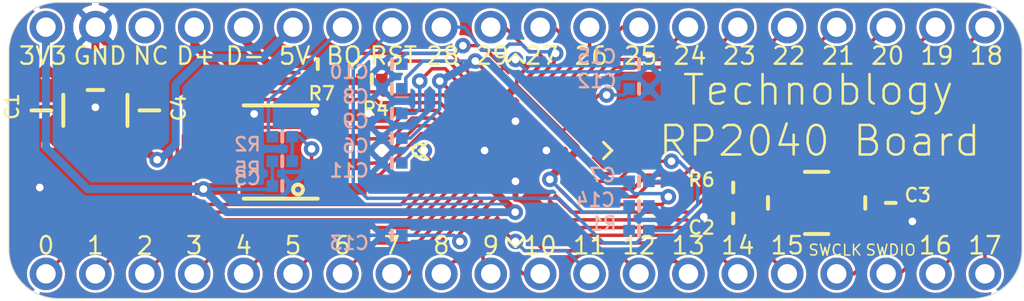
<source format=kicad_pcb>
(kicad_pcb (version 20221018) (generator pcbnew)
  (layers (0 "F.Cu" signal) (31 "B.Cu" signal) (34 "B.Paste" user) (35 "F.Paste" user) (36 "B.SilkS" user "B.Silkscreen") (37 "F.SilkS" user "F.Silkscreen") (38 "B.Mask" user) (39 "F.Mask" user) (44 "Edge.Cuts" user))
  (net 0 "")
  (net 1 "GND")
  (net 2 "+3V3")
  (net 3 "1.2V")
  (net 4 "+5V")
  (net 5 "Net-(IC1-XIN)")
  (net 6 "Net-(C3-Pad2)")
  (net 7 "/GPIO0")
  (net 8 "/GPIO1")
  (net 9 "/GPIO2")
  (net 10 "/GPIO3")
  (net 11 "/GPIO4")
  (net 12 "/GPIO5")
  (net 13 "/GPIO6")
  (net 14 "/GPIO7")
  (net 15 "/GPIO8")
  (net 16 "/GPIO9")
  (net 17 "/GPIO10")
  (net 18 "/GPIO11")
  (net 19 "/GPIO12")
  (net 20 "/GPIO13")
  (net 21 "/GPIO14")
  (net 22 "/GPIO15")
  (net 23 "Net-(IC1-XOUT)")
  (net 24 "/SWCLK")
  (net 25 "/SWDIO")
  (net 26 "/~{RESET}")
  (net 27 "/GPIO16")
  (net 28 "/GPIO17")
  (net 29 "/GPIO18")
  (net 30 "/GPIO19")
  (net 31 "/GPIO20")
  (net 32 "/GPIO21")
  (net 33 "/GPIO22")
  (net 34 "/GPIO23")
  (net 35 "/GPIO24")
  (net 36 "/GPIO25")
  (net 37 "/GPIO26")
  (net 38 "/GPIO27")
  (net 39 "/GPIO28")
  (net 40 "/GPIO29")
  (net 41 "/USB_D-")
  (net 42 "/USB_D+")
  (net 43 "/QSPI_DATA[3]")
  (net 44 "/QSPI_SCK")
  (net 45 "/QSPI_DATA[0]")
  (net 46 "/QSPI_DATA[2]")
  (net 47 "/QSPI_DATA[1]")
  (net 48 "/QSPI_CS")
  (net 49 "/USB_BOOT")
  (net 50 "/D+")
  (net 51 "/D-")
  (net 52 "/DATA")
  (footprint "RP2040Breakout:1X10_ROUND" (layer "F.Cu") (at 135.8011 98.6536)
    (fp_text reference "U$2" hide)
    (fp_text value "HEADER-1X10ROUND" hide)
  )
  (footprint "RP2040Breakout:_0402NO" (layer "F.Cu") (at 141.119225 101.35235)
    (fp_text reference "R4")
    (fp_text value "27" hide)
  )
  (footprint "RP2040Breakout:SOIC8_208MIL" (layer "F.Cu") (at 136.4361 105.082975 90)
    (fp_text reference "U1" hide)
    (fp_text value "W25Q128JVS" hide)
  )
  (footprint "RP2040Breakout:_0402NO" (layer "F.Cu") (at 138.3411 100.5586)
    (fp_text reference "R7")
    (fp_text value "27" hide)
  )
  (footprint "RP2040Breakout:_0805MP" (layer "F.Cu") (at 124.132975 102.93985 -90)
    (fp_text reference "C1")
    (fp_text value "10uF" hide)
  )
  (footprint "RP2040Breakout:CRYSTAL-SMD-5X3" (layer "F.Cu") (at 163.979225 107.70235 180)
    (fp_text reference "Y1" hide)
    (fp_text value "12MHz" hide)
  )
  (footprint "RP2040Breakout:_0402NO" (layer "F.Cu") (at 167.789225 107.70235 90)
    (fp_text reference "C3")
    (fp_text value "12pF" hide)
  )
  (footprint "RP2040Breakout:SOT23-5@1" (layer "F.Cu") (at 126.9111 102.93985)
    (fp_text reference "U2" hide)
    (fp_text value "AP2112-3.3")
  )
  (footprint "RP2040Breakout:1X10_ROUND" (layer "F.Cu") (at 161.2011 111.3536)
    (fp_text reference "U$3" hide)
    (fp_text value "HEADER-1X10ROUND" hide)
  )
  (footprint "RP2040Breakout:1X10_ROUND" (layer "F.Cu") (at 135.8011 111.3536)
    (fp_text reference "U$5" hide)
    (fp_text value "HEADER-1X10ROUND" hide)
  )
  (footprint "RP2040Breakout:1X10_ROUND" (layer "F.Cu") (at 161.2011 98.6536)
    (fp_text reference "U$1" hide)
    (fp_text value "HEADER-1X10ROUND" hide)
  )
  (footprint "RP2040Breakout:_0402NO" (layer "F.Cu") (at 159.692975 106.9086 180)
    (fp_text reference "R6")
    (fp_text value "1K" hide)
  )
  (footprint "RP2040Breakout:_0805MP" (layer "F.Cu") (at 129.689225 102.93985 90)
    (fp_text reference "C4")
    (fp_text value "10uF" hide)
  )
  (footprint "RP2040Breakout:QFN56_7MM_REDUCEDEPAD" (layer "F.Cu") (at 148.5011 105.0036 45)
    (fp_text reference "IC1" hide)
    (fp_text value "RP2040_QFN56" hide)
  )
  (footprint "RP2040Breakout:_0402NO" (layer "F.Cu") (at 159.692975 108.4961)
    (fp_text reference "C2")
    (fp_text value "12pF" hide)
  )
  (footprint "RP2040Breakout:_0402NO" (layer "B.Cu") (at 142.1511 100.5586 180)
    (fp_text reference "C10")
    (fp_text value "1uF" hide)
  )
  (footprint "RP2040Breakout:_0402NO" (layer "B.Cu") (at 142.1511 105.6386 180)
    (fp_text reference "C11")
    (fp_text value "100nF" hide)
  )
  (footprint "RP2040Breakout:_0402NO" (layer "B.Cu") (at 154.8511 100.5586)
    (fp_text reference "C15")
    (fp_text value "100nF" hide)
  )
  (footprint "RP2040Breakout:_0402NO" (layer "B.Cu") (at 136.515475 106.829225)
    (fp_text reference "C5")
    (fp_text value "100nF" hide)
  )
  (footprint "RP2040Breakout:_0402NO" (layer "B.Cu") (at 154.8511 107.8611)
    (fp_text reference "C14")
    (fp_text value "100nF" hide)
  )
  (footprint "RP2040Breakout:_0402NO" (layer "B.Cu") (at 142.1511 101.8286 180)
    (fp_text reference "C8")
    (fp_text value "1uF" hide)
  )
  (footprint "RP2040Breakout:_0402NO" (layer "B.Cu") (at 142.1511 103.0986 180)
    (fp_text reference "C9")
    (fp_text value "100nF" hide)
  )
  (footprint "RP2040Breakout:_0402NO" (layer "B.Cu") (at 154.8511 101.8286)
    (fp_text reference "C12")
    (fp_text value "100nF" hide)
  )
  (footprint "RP2040Breakout:_0402NO" (layer "B.Cu") (at 154.8511 106.5911)
    (fp_text reference "C7")
    (fp_text value "100nF" hide)
  )
  (footprint "RP2040Breakout:_0402NO" (layer "B.Cu") (at 142.1511 104.3686 180)
    (fp_text reference "C6")
    (fp_text value "100nF" hide)
  )
  (footprint "RP2040Breakout:_0402NO" (layer "B.Cu") (at 136.515475 105.559225 180)
    (fp_text reference "R5")
    (fp_text value "10K" hide)
  )
  (footprint "RP2040Breakout:_0402NO" (layer "B.Cu") (at 154.8511 109.1311)
    (fp_text reference "R1")
    (fp_text value "10K" hide)
  )
  (footprint "RP2040Breakout:_0402NO" (layer "B.Cu") (at 142.1511 109.369225 180)
    (fp_text reference "C13")
    (fp_text value "100nF" hide)
  )
  (footprint "RP2040Breakout:_0402NO" (layer "B.Cu") (at 136.515475 104.289225 180)
    (fp_text reference "R2")
    (fp_text value "1k" hide)
  )
  (gr_arc (start 174.5361 110.0836) (mid 173.792151 111.879651) (end 171.9961 112.6236) (stroke (width 0.05)) (layer "Edge.Cuts"))
  (gr_arc (start 171.9961 97.3836) (mid 173.792151 98.127549) (end 174.5361 99.9236) (stroke (width 0.05)) (layer "Edge.Cuts"))
  (gr_arc (start 122.4661 99.9236) (mid 123.210049 98.127549) (end 125.0061 97.3836) (stroke (width 0.05)) (layer "Edge.Cuts"))
  (gr_line (start 122.4661 110.0836) (end 122.4661 99.9236) (stroke (width 0.05)) (layer "Edge.Cuts"))
  (gr_arc (start 125.0061 112.6236) (mid 123.210049 111.879651) (end 122.4661 110.0836) (stroke (width 0.05)) (layer "Edge.Cuts"))
  (gr_line (start 125.0061 112.6236) (end 171.9961 112.6236) (stroke (width 0.05)) (layer "Edge.Cuts"))
  (gr_line (start 174.5361 110.0836) (end 174.5361 99.9236) (stroke (width 0.05)) (layer "Edge.Cuts"))
  (gr_line (start 171.9961 97.3836) (end 125.0061 97.3836) (stroke (width 0.05)) (layer "Edge.Cuts"))
  (gr_text "7" (at 142.1511 109.8931) (layer "F.SilkS") (effects (font (size 0.89408 0.89408) (thickness 0.12192))))
  (gr_text "SWCLK" (at 164.931725 110.131225) (layer "F.SilkS") (effects (font (size 0.5588 0.5588) (thickness 0.0762))))
  (gr_text "22" (at 162.550475 100.129975) (layer "F.SilkS") (effects (font (size 0.89408 0.89408) (thickness 0.12192))))
  (gr_text "D+" (at 132.070475 100.129975) (layer "F.SilkS") (effects (font (size 0.89408 0.89408) (thickness 0.12192))))
  (gr_text "11" (at 152.3111 109.8931) (layer "F.SilkS") (effects (font (size 0.89408 0.89408) (thickness 0.12192))))
  (gr_text "" (at 133.8961 109.5756) (layer "F.SilkS") (effects (font (size 0.89408 0.89408) (thickness 0.12192))))
  (gr_text "RST" (at 142.230475 100.129975) (layer "F.SilkS") (effects (font (size 0.89408 0.89408) (thickness 0.12192))))
  (gr_text "1" (at 126.9111 109.8931) (layer "F.SilkS") (effects (font (size 0.89408 0.89408) (thickness 0.12192))))
  (gr_text "0" (at 124.3711 109.8931) (layer "F.SilkS") (effects (font (size 0.89408 0.89408) (thickness 0.12192))))
  (gr_text "2" (at 129.4511 109.908975) (layer "F.SilkS") (effects (font (size 0.89408 0.89408) (thickness 0.12192))))
  (gr_text "SWDIO" (at 167.789225 110.131225) (layer "F.SilkS") (effects (font (size 0.5588 0.5588) (thickness 0.0762))))
  (gr_text "12" (at 154.8511 109.8931) (layer "F.SilkS") (effects (font (size 0.89408 0.89408) (thickness 0.12192))))
  (gr_text "NC" (at 129.7686 100.129975) (layer "F.SilkS") (effects (font (size 0.89408 0.89408) (thickness 0.12192))))
  (gr_text "18" (at 172.710475 100.129975) (layer "F.SilkS") (effects (font (size 0.89408 0.89408) (thickness 0.12192))))
  (gr_text "15" (at 162.4711 109.8931) (layer "F.SilkS") (effects (font (size 0.89408 0.89408) (thickness 0.12192))))
  (gr_text "16" (at 170.0911 109.8931) (layer "F.SilkS") (effects (font (size 0.89408 0.89408) (thickness 0.12192))))
  (gr_text "6" (at 139.6111 109.8931) (layer "F.SilkS") (effects (font (size 0.89408 0.89408) (thickness 0.12192))))
  (gr_text "3" (at 131.9911 109.8931) (layer "F.SilkS") (effects (font (size 0.89408 0.89408) (thickness 0.12192))))
  (gr_text "D-" (at 134.610475 100.129975) (layer "F.SilkS") (effects (font (size 0.89408 0.89408) (thickness 0.12192))))
  (gr_text "25" (at 154.930475 100.129975) (layer "F.SilkS") (effects (font (size 0.89408 0.89408) (thickness 0.12192))))
  (gr_text "24" (at 157.470475 100.129975) (layer "F.SilkS") (effects (font (size 0.89408 0.89408) (thickness 0.12192))))
  (gr_text "28" (at 144.770475 100.129975) (layer "F.SilkS") (effects (font (size 0.89408 0.89408) (thickness 0.12192))))
  (gr_text "21" (at 165.090475 100.129975) (layer "F.SilkS") (effects (font (size 0.89408 0.89408) (thickness 0.12192))))
  (gr_text "29" (at 147.310475 100.129975) (layer "F.SilkS") (effects (font (size 0.89408 0.89408) (thickness 0.12192))))
  (gr_text "8" (at 144.6911 109.8931) (layer "F.SilkS") (effects (font (size 0.89408 0.89408) (thickness 0.12192))))
  (gr_text "5V" (at 137.150475 100.129975) (layer "F.SilkS") (effects (font (size 0.89408 0.89408) (thickness 0.12192))))
  (gr_text "RP2040 Board" (at 164.137975 105.400475) (layer "F.SilkS") (effects (font (size 1.51892 1.51892) (thickness 0.13208)) (justify bottom)))
  (gr_text "23" (at 160.010475 100.129975) (layer "F.SilkS") (effects (font (size 0.89408 0.89408) (thickness 0.12192))))
  (gr_text "5" (at 137.0711 109.8931) (layer "F.SilkS") (effects (font (size 0.89408 0.89408) (thickness 0.12192))))
  (gr_text "19" (at 170.170475 100.129975) (layer "F.SilkS") (effects (font (size 0.89408 0.89408) (thickness 0.12192))))
  (gr_text "14" (at 159.9311 109.8931) (layer "F.SilkS") (effects (font (size 0.89408 0.89408) (thickness 0.12192))))
  (gr_text "17" (at 172.6311 109.8931) (layer "F.SilkS") (effects (font (size 0.89408 0.89408) (thickness 0.12192))))
  (gr_text "13" (at 157.3911 109.8931) (layer "F.SilkS") (effects (font (size 0.89408 0.89408) (thickness 0.12192))))
  (gr_text "Technoblogy" (at 164.0586 102.7811) (layer "F.SilkS") (effects (font (size 1.51892 1.51892) (thickness 0.13208)) (justify bottom)))
  (gr_text "20" (at 167.630475 100.129975) (layer "F.SilkS") (effects (font (size 0.89408 0.89408) (thickness 0.12192))))
  (gr_text "4" (at 134.5311 109.8931) (layer "F.SilkS") (effects (font (size 0.89408 0.89408) (thickness 0.12192))))
  (gr_text "10" (at 149.7711 109.8931) (layer "F.SilkS") (effects (font (size 0.89408 0.89408) (thickness 0.12192))))
  (gr_text "9" (at 147.2311 109.8931) (layer "F.SilkS") (effects (font (size 0.89408 0.89408) (thickness 0.12192))))
  (gr_text "3V3" (at 124.21235 100.129975) (layer "F.SilkS") (effects (font (size 0.89408 0.89408) (thickness 0.12192))))
  (gr_text "GND" (at 127.149225 100.129975) (layer "F.SilkS") (effects (font (size 0.89408 0.89408) (thickness 0.12192))))
  (gr_text "26" (at 152.390475 100.129975) (layer "F.SilkS") (effects (font (size 0.89408 0.89408) (thickness 0.12192))))
  (gr_text "BO" (at 139.690475 100.129975) (layer "F.SilkS") (effects (font (size 0.89408 0.89408) (thickness 0.12192))))
  (gr_text "27" (at 149.850475 100.129975) (layer "F.SilkS") (effects (font (size 0.89408 0.89408) (thickness 0.12192))))
  (segment (start 124.0536 104.035225) (end 124.132975 103.95585) (width 0.1778) (layer "F.Cu") (net 1))
  (segment (start 124.069475 104.035225) (end 125.244225 102.93985) (width 0.4064) (layer "F.Cu") (net 1))
  (segment (start 124.132975 103.95585) (end 124.069475 104.035225) (width 0.4064) (layer "F.Cu") (net 1))
  (segment (start 149.1361 107.052819) (end 150.233509 108.150229) (width 0.1778) (layer "F.Cu") (net 1))
  (segment (start 126.9111 98.891725) (end 126.9111 102.93985) (width 0.4064) (layer "F.Cu") (net 1))
  (segment (start 148.5011 106.5911) (end 148.5011 105.0036) (width 0.1778) (layer "F.Cu") (net 1))
  (segment (start 139.7511 103.177975) (end 138.49985 103.177975) (width 0.4064) (layer "F.Cu") (net 1))
  (segment (start 124.0536 106.9086) (end 124.0536 104.035225) (width 0.1778) (layer "F.Cu") (net 1))
  (segment (start 158.264225 108.4961) (end 158.18485 108.416725) (width 0.1778) (layer "F.Cu") (net 1))
  (segment (start 126.9111 98.6536) (end 126.9111 98.891725) (width 0.4064) (layer "F.Cu") (net 1))
  (segment (start 149.1361 105.6386) (end 149.1361 107.052819) (width 0.1778) (layer "F.Cu") (net 1))
  (segment (start 159.184975 108.4961) (end 158.264225 108.4961) (width 0.1778) (layer "F.Cu") (net 1))
  (segment (start 125.244225 102.93985) (end 126.9111 102.93985) (width 0.4064) (layer "F.Cu") (net 1))
  (segment (start 138.49985 103.177975) (end 138.420475 103.0986) (width 0.4064) (layer "F.Cu") (net 1))
  (segment (start 129.689225 101.66985) (end 126.9111 98.891725) (width 0.4064) (layer "F.Cu") (net 1))
  (segment (start 126.9111 104.23995) (end 126.9111 102.7811) (width 0.4046) (layer "F.Cu") (net 1))
  (segment (start 148.5011 103.7336) (end 148.5011 105.0036) (width 0.1778) (layer "F.Cu") (net 1))
  (segment (start 129.689225 101.92385) (end 129.689225 101.66985) (width 0.4064) (layer "F.Cu") (net 1))
  (via (at 140.960475 103.0986) (size 0.8001) (drill 0.3937) (layers "F.Cu" "B.Cu") (net 1))
  (via (at 138.18235 103.019225) (size 0.8001) (drill 0.3937) (layers "F.Cu" "B.Cu") (net 1))
  (via (at 150.0886 105.0036) (size 0.8001) (drill 0.3937) (layers "F.Cu" "B.Cu") (net 1))
  (via (at 146.9136 105.0036) (size 0.8001) (drill 0.3937) (layers "F.Cu" "B.Cu") (net 1))
  (via (at 135.069884 103.121325) (size 0.8001) (drill 0.3937) (layers "F.Cu" "B.Cu") (net 1))
  (via (at 124.0536 106.9086) (size 0.8001) (drill 0.3937) (layers "F.Cu" "B.Cu") (net 1))
  (via (at 168.900475 108.65485) (size 0.8001) (drill 0.3937) (layers "F.Cu" "B.Cu") (net 1))
  (via (at 126.9111 102.7811) (size 0.8001) (drill 0.3937) (layers "F.Cu" "B.Cu") (net 1))
  (via (at 158.18485 108.416725) (size 0.8001) (drill 0.3937) (layers "F.Cu" "B.Cu") (net 1))
  (via (at 148.5011 106.5911) (size 0.8001) (drill 0.3937) (layers "F.Cu" "B.Cu") (net 1))
  (via (at 148.5011 103.495475) (size 0.8001) (drill 0.3937) (layers "F.Cu" "B.Cu") (net 1))
  (segment (start 157.3911 107.5436) (end 157.3911 106.9086) (width 0.1778) (layer "B.Cu") (net 1))
  (segment (start 157.0736 106.5911) (end 155.3591 106.5911) (width 0.1778) (layer "B.Cu") (net 1))
  (segment (start 156.7561 108.1786) (end 157.3911 107.5436) (width 0.1778) (layer "B.Cu") (net 1))
  (segment (start 155.96235 108.1786) (end 156.7561 108.1786) (width 0.1778) (layer "B.Cu") (net 1))
  (segment (start 141.6431 109.369225) (end 126.514225 109.369225) (width 0.1778) (layer "B.Cu") (net 1))
  (segment (start 157.3911 106.9086) (end 157.0736 106.5911) (width 0.1778) (layer "B.Cu") (net 1))
  (segment (start 155.3591 107.8611) (end 155.64485 107.8611) (width 0.1778) (layer "B.Cu") (net 1))
  (segment (start 155.64485 107.8611) (end 155.96235 108.1786) (width 0.1778) (layer "B.Cu") (net 1))
  (segment (start 126.514225 109.369225) (end 124.0536 106.9086) (width 0.1778) (layer "B.Cu") (net 1))
  (segment (start 151.647725 103.271191) (end 151.647725 103.285725) (width 0.2032) (layer "F.Cu") (net 2))
  (segment (start 147.588287 107.265788) (end 145.246725 104.924225) (width 0.4064) (layer "F.Cu") (net 2))
  (segment (start 147.588287 107.345163) (end 147.588287 107.265788) (width 0.1778) (layer "F.Cu") (net 2))
  (segment (start 123.89485 101.1936) (end 123.89485 101.92385) (width 0.4064) (layer "F.Cu") (net 2))
  (segment (start 149.10214 100.725607) (end 149.10214 100.75131) (width 0.1778) (layer "F.Cu") (net 2))
  (segment (start 125.2935 101.63975) (end 124.3711 100.71735) (width 0.4064) (layer "F.Cu") (net 2))
  (segment (start 149.10214 100.75131) (end 148.564831 101.288619) (width 0.1778) (layer "F.Cu") (net 2))
  (segment (start 147.270787 102.979538) (end 148.421725 101.8286) (width 0.4064) (layer "F.Cu") (net 2))
  (segment (start 153.184225 102.1461) (end 152.78735 102.1461) (width 0.1778) (layer "F.Cu") (net 2))
  (segment (start 147.018675 99.844225) (end 147.900056 100.725607) (width 0.1778) (layer "F.Cu") (net 2))
  (segment (start 132.46735 106.987975) (end 133.1211 106.987975) (width 0.1778) (layer "F.Cu") (net 2))
  (segment (start 145.6436 109.686725) (end 145.629065 109.28985) (width 0.1778) (layer "F.Cu") (net 2))
  (segment (start 147.018675 99.844225) (end 146.834225 99.844225) (width 0.1778) (layer "F.Cu") (net 2))
  (segment (start 146.998 103.217663) (end 146.203 102.422663) (width 0.1778) (layer "F.Cu") (net 2))
  (segment (start 145.246725 104.924225) (end 144.903521 104.924225) (width 0.1778) (layer "F.Cu") (net 2))
  (segment (start 150.842662 104.090788) (end 148.564831 101.812957) (width 0.4064) (layer "F.Cu") (net 2))
  (segment (start 146.834225 99.844225) (end 146.5961 99.6061) (width 0.1778) (layer "F.Cu") (net 2))
  (segment (start 145.629065 109.28985) (end 146.768687 108.150229) (width 0.1778) (layer "F.Cu") (net 2))
  (segment (start 151.6761 105.0036) (end 151.596725 104.84485) (width 0.4064) (layer "F.Cu") (net 2))
  (segment (start 147.032662 103.217663) (end 147.270787 102.979538) (width 0.4064) (layer "F.Cu") (net 2))
  (segment (start 146.768687 108.150229) (end 146.768687 108.164763) (width 0.1778) (layer "F.Cu") (net 2))
  (segment (start 124.3711 98.6536) (end 124.3711 100.71735) (width 0.4064) (layer "F.Cu") (net 2))
  (segment (start 144.903521 104.924225) (end 144.223103 105.604644) (width 0.1778) (layer "F.Cu") (net 2))
  (segment (start 124.3711 100.71735) (end 123.89485 101.1936) (width 0.4064) (layer "F.Cu") (net 2))
  (segment (start 147.032662 103.217663) (end 146.998 103.217663) (width 0.1778) (layer "F.Cu") (net 2))
  (segment (start 145.405475 101.35235) (end 145.405475 101.625138) (width 0.1778) (layer "F.Cu") (net 2))
  (segment (start 150.24735 106.43235) (end 151.6761 105.0036) (width 0.4064) (layer "F.Cu") (net 2))
  (segment (start 144.030396 105.400475) (end 144.223103 105.604644) (width 0.1778) (layer "F.Cu") (net 2))
  (segment (start 123.89485 101.92385) (end 124.132975 101.92385) (width 0.4064) (layer "F.Cu") (net 2))
  (segment (start 151.662259 103.271191) (end 152.78735 102.1461) (width 0.1778) (layer "F.Cu") (net 2))
  (segment (start 144.894562 100.796725) (end 144.21485 100.796725) (width 0.1778) (layer "F.Cu") (net 2))
  (segment (start 147.270787 102.924763) (end 146.485843 102.139819) (width 0.1778) (layer "F.Cu") (net 2))
  (segment (start 145.80235 99.6061) (end 146.5961 99.6061) (width 0.1778) (layer "F.Cu") (net 2))
  (segment (start 151.647725 103.285725) (end 150.842662 104.090788) (width 0.1778) (layer "F.Cu") (net 2))
  (segment (start 150.269706 106.489369) (end 151.082037 107.3017) (width 0.1778) (layer "F.Cu") (net 2))
  (segment (start 147.270787 102.979538) (end 147.270787 102.924763) (width 0.1778) (layer "F.Cu") (net 2))
  (segment (start 146.768687 108.164763) (end 147.588287 107.345163) (width 0.1778) (layer "F.Cu") (net 2))
  (segment (start 147.900056 100.725607) (end 147.617215 101.008447) (width 0.1778) (layer "F.Cu") (net 2))
  (segment (start 148.5011 100.320475) (end 148.697009 100.320475) (width 0.1778) (layer "F.Cu") (net 2))
  (segment (start 148.564831 101.812957) (end 148.564831 101.288619) (width 0.1778) (layer "F.Cu") (net 2))
  (segment (start 145.405475 101.625138) (end 146.203 102.422663) (width 0.1778) (layer "F.Cu") (net 2))
  (segment (start 151.596725 104.84485) (end 150.842662 104.090788) (width 0.4064) (layer "F.Cu") (net 2))
  (segment (start 125.9611 101.63975) (end 125.2935 101.63975) (width 0.4064) (layer "F.Cu") (net 2))
  (segment (start 148.421725 101.812957) (end 148.564831 101.812957) (width 0.4064) (layer "F.Cu") (net 2))
  (segment (start 151.647725 103.271191) (end 151.662259 103.271191) (width 0.1778) (layer "F.Cu") (net 2))
  (segment (start 148.697009 100.320475) (end 149.10214 100.725607) (width 0.1778) (layer "F.Cu") (net 2))
  (segment (start 143.817975 105.0036) (end 144.030396 105.400475) (width 0.1778) (layer "F.Cu") (net 2))
  (segment (start 148.421725 101.812957) (end 147.617215 101.008447) (width 0.1778) (layer "F.Cu") (net 2))
  (segment (start 148.486565 108.164066) (end 147.588287 107.265788) (width 0.4064) (layer "F.Cu") (net 2))
  (segment (start 145.3261 104.924225) (end 147.032662 103.217663) (width 0.4064) (layer "F.Cu") (net 2))
  (segment (start 144.21485 100.796725) (end 143.57985 101.431725) (width 0.1778) (layer "F.Cu") (net 2))
  (segment (start 148.421725 101.812957) (end 148.421725 101.8286) (width 0.4064) (layer "F.Cu") (net 2))
  (segment (start 148.486565 108.164066) (end 148.486565 108.1786) (width 0.4064) (layer "F.Cu") (net 2))
  (segment (start 145.246725 104.924225) (end 145.3261 104.924225) (width 0.4064) (layer "F.Cu") (net 2))
  (segment (start 144.894562 100.796725) (end 145.405475 101.35235) (width 0.1778) (layer "F.Cu") (net 2))
  (via (at 150.269706 106.489369) (size 0.8001) (drill 0.3937) (layers "F.Cu" "B.Cu") (net 2))
  (via (at 145.80235 99.6061) (size 0.8001) (drill 0.3937) (layers "F.Cu" "B.Cu") (net 2))
  (via (at 145.6436 109.686725) (size 0.8001) (drill 0.3937) (layers "F.Cu" "B.Cu") (net 2))
  (via (at 143.817975 105.0036) (size 0.8001) (drill 0.3937) (layers "F.Cu" "B.Cu") (net 2))
  (via (at 153.184225 102.1461) (size 0.8001) (drill 0.3937) (layers "F.Cu" "B.Cu") (net 2))
  (via (at 132.46735 106.987975) (size 0.8001) (drill 0.3937) (layers "F.Cu" "B.Cu") (net 2))
  (via (at 143.57985 101.431725) (size 0.8001) (drill 0.3937) (layers "F.Cu" "B.Cu") (net 2))
  (via (at 148.5011 100.320475) (size 0.8001) (drill 0.3937) (layers "F.Cu" "B.Cu") (net 2))
  (via (at 148.486565 108.1786) (size 0.8001) (drill 0.3937) (layers "F.Cu" "B.Cu") (net 2))
  (segment (start 154.3431 107.8611) (end 154.3431 109.1311) (width 0.1778) (layer "B.Cu") (net 2))
  (segment (start 136.007475 106.829225) (end 135.865475 107.002975) (width 0.1778) (layer "B.Cu") (net 2))
  (segment (start 126.514225 106.987975) (end 124.3711 104.84485) (width 0.4064) (layer "B.Cu") (net 2))
  (segment (start 154.3431 101.8286) (end 154.3431 101.86035) (width 0.1778) (layer "B.Cu") (net 2))
  (segment (start 143.57985 102.860475) (end 143.341725 103.0986) (width 0.1778) (layer "B.Cu") (net 2))
  (segment (start 153.804225 100.955475) (end 154.3431 100.5586) (width 0.1778) (layer "B.Cu") (net 2))
  (segment (start 149.1361 100.955475) (end 148.5011 100.320475) (width 0.1778) (layer "B.Cu") (net 2))
  (segment (start 154.263725 108.1786) (end 154.3431 107.8611) (width 0.1778) (layer "B.Cu") (net 2))
  (segment (start 142.6591 100.5586) (end 142.6591 100.20935) (width 0.1778) (layer "B.Cu") (net 2))
  (segment (start 142.865475 100.002975) (end 145.405475 100.002975) (width 0.1778) (layer "B.Cu") (net 2))
  (segment (start 154.05735 102.1461) (end 153.184225 102.1461) (width 0.1778) (layer "B.Cu") (net 2))
  (segment (start 153.804225 100.955475) (end 149.1361 100.955475) (width 0.1778) (layer "B.Cu") (net 2))
  (segment (start 143.57985 101.431725) (end 143.57985 102.860475) (width 0.1778) (layer "B.Cu") (net 2))
  (segment (start 135.865475 107.002975) (end 132.46735 106.987975) (width 0.1778) (layer "B.Cu") (net 2))
  (segment (start 151.958937 108.1786) (end 154.263725 108.1786) (width 0.1778) (layer "B.Cu") (net 2))
  (segment (start 142.6591 105.6386) (end 143.26235 105.0036) (width 0.1778) (layer "B.Cu") (net 2))
  (segment (start 133.657975 108.1786) (end 132.46735 106.987975) (width 0.4064) (layer "B.Cu") (net 2))
  (segment (start 124.3711 104.84485) (end 124.3711 98.6536) (width 0.4064) (layer "B.Cu") (net 2))
  (segment (start 142.6591 109.369225) (end 145.3261 109.369225) (width 0.1778) (layer "B.Cu") (net 2))
  (segment (start 143.341725 103.0986) (end 142.6591 103.0986) (width 0.1778) (layer "B.Cu") (net 2))
  (segment (start 148.486565 108.1786) (end 133.657975 108.1786) (width 0.4064) (layer "B.Cu") (net 2))
  (segment (start 154.3431 101.86035) (end 154.05735 102.1461) (width 0.1778) (layer "B.Cu") (net 2))
  (segment (start 145.405475 100.002975) (end 145.80235 99.6061) (width 0.1778) (layer "B.Cu") (net 2))
  (segment (start 151.958937 108.1786) (end 150.269706 106.489369) (width 0.1778) (layer "B.Cu") (net 2))
  (segment (start 136.007475 105.559225) (end 136.007475 106.829225) (width 0.1778) (layer "B.Cu") (net 2))
  (segment (start 142.6591 100.20935) (end 142.865475 100.002975) (width 0.1778) (layer "B.Cu") (net 2))
  (segment (start 132.46735 106.987975) (end 126.514225 106.987975) (width 0.4064) (layer "B.Cu") (net 2))
  (segment (start 143.26235 105.0036) (end 143.817975 105.0036) (width 0.1778) (layer "B.Cu") (net 2))
  (segment (start 145.3261 109.369225) (end 145.6436 109.686725) (width 0.1778) (layer "B.Cu") (net 2))
  (segment (start 147.32879 101.291291) (end 146.43735 100.39985) (width 0.1778) (layer "F.Cu") (net 3))
  (segment (start 152.12775 107.781725) (end 156.041725 107.781725) (width 0.1778) (layer "F.Cu") (net 3))
  (segment (start 144.611725 101.431725) (end 144.963881 101.749225) (width 0.1778) (layer "F.Cu") (net 3))
  (segment (start 144.963881 101.749225) (end 145.920159 102.705504) (width 0.1778) (layer "F.Cu") (net 3))
  (segment (start 147.334371 101.291291) (end 147.32879 101.291291) (width 0.1778) (layer "F.Cu") (net 3))
  (segment (start 152.12775 107.781725) (end 151.364881 107.018857) (width 0.1778) (layer "F.Cu") (net 3))
  (segment (start 156.041725 107.781725) (end 156.359225 107.38485) (width 0.1778) (layer "F.Cu") (net 3))
  (via (at 156.359225 107.38485) (size 0.8001) (drill 0.3937) (layers "F.Cu" "B.Cu") (net 3))
  (via (at 144.611725 101.431725) (size 0.8001) (drill 0.3937) (layers "F.Cu" "B.Cu") (net 3))
  (via (at 146.43735 100.39985) (size 0.8001) (drill 0.3937) (layers "F.Cu" "B.Cu") (net 3))
  (segment (start 153.2636 106.5911) (end 154.3431 106.5911) (width 0.4064) (layer "B.Cu") (net 3))
  (segment (start 144.611725 101.431725) (end 146.43735 100.39985) (width 0.4064) (layer "B.Cu") (net 3))
  (segment (start 142.865475 101.622225) (end 142.6591 101.8286) (width 0.1778) (layer "B.Cu") (net 3))
  (segment (start 154.612975 107.2261) (end 156.200475 107.2261) (width 0.1778) (layer "B.Cu") (net 3))
  (segment (start 143.7386 100.39985) (end 142.865475 101.272975) (width 0.1778) (layer "B.Cu") (net 3))
  (segment (start 147.07235 100.39985) (end 153.2636 106.5911) (width 0.4064) (layer "B.Cu") (net 3))
  (segment (start 142.865475 101.272975) (end 142.865475 101.622225) (width 0.1778) (layer "B.Cu") (net 3))
  (segment (start 144.611725 102.860475) (end 143.1036 104.3686) (width 0.1778) (layer "B.Cu") (net 3))
  (segment (start 154.3431 106.5911) (end 154.3431 106.956225) (width 0.1778) (layer "B.Cu") (net 3))
  (segment (start 144.611725 101.431725) (end 144.611725 102.860475) (width 0.1778) (layer "B.Cu") (net 3))
  (segment (start 143.1036 104.3686) (end 142.6591 104.3686) (width 0.1778) (layer "B.Cu") (net 3))
  (segment (start 143.7386 100.39985) (end 146.43735 100.39985) (width 0.1778) (layer "B.Cu") (net 3))
  (segment (start 156.200475 107.2261) (end 156.359225 107.38485) (width 0.1778) (layer "B.Cu") (net 3))
  (segment (start 146.43735 100.39985) (end 147.07235 100.39985) (width 0.4064) (layer "B.Cu") (net 3))
  (segment (start 154.3431 106.956225) (end 154.612975 107.2261) (width 0.1778) (layer "B.Cu") (net 3))
  (segment (start 127.8611 104.23995) (end 127.8611 105.16485) (width 0.4064) (layer "F.Cu") (net 4))
  (segment (start 125.9611 104.23995) (end 125.9611 105.085475) (width 0.4064) (layer "F.Cu") (net 4))
  (segment (start 127.5461 105.3211) (end 129.1336 105.3211) (width 0.4064) (layer "F.Cu") (net 4))
  (segment (start 130.0861 105.47985) (end 129.4511 105.0036) (width 0.4064) (layer "F.Cu") (net 4))
  (segment (start 127.8611 105.16485) (end 127.5461 105.3211) (width 0.4064) (layer "F.Cu") (net 4))
  (segment (start 129.4511 104.035225) (end 129.689225 103.95585) (width 0.4064) (layer "F.Cu") (net 4))
  (segment (start 126.2761 105.3211) (end 127.5461 105.3211) (width 0.4064) (layer "F.Cu") (net 4))
  (segment (start 129.4511 105.0036) (end 129.4511 104.035225) (width 0.4064) (layer "F.Cu") (net 4))
  (segment (start 129.1336 105.3211) (end 129.4511 105.0036) (width 0.4064) (layer "F.Cu") (net 4))
  (segment (start 125.9611 105.085475) (end 126.2761 105.3211) (width 0.4064) (layer "F.Cu") (net 4))
  (via (at 130.0861 105.47985) (size 0.8001) (drill 0.3937) (layers "F.Cu" "B.Cu") (net 4))
  (segment (start 130.0861 105.47985) (end 130.24485 105.47985) (width 0.4064) (layer "B.Cu") (net 4))
  (segment (start 131.0386 101.590475) (end 132.387975 100.2411) (width 0.4064) (layer "B.Cu") (net 4))
  (segment (start 131.0386 104.6861) (end 131.0386 101.590475) (width 0.4064) (layer "B.Cu") (net 4))
  (segment (start 135.4836 100.2411) (end 137.0711 98.6536) (width 0.4064) (layer "B.Cu") (net 4))
  (segment (start 130.24485 105.47985) (end 131.0386 104.6861) (width 0.4064) (layer "B.Cu") (net 4))
  (segment (start 132.387975 100.2411) (end 135.4836 100.2411) (width 0.4064) (layer "B.Cu") (net 4))
  (segment (start 162.090475 109.051725) (end 160.7566 109.051725) (width 0.1778) (layer "F.Cu") (net 5))
  (segment (start 158.105475 109.369225) (end 159.9311 109.369225) (width 0.1778) (layer "F.Cu") (net 5))
  (segment (start 151.224443 108.575475) (end 150.516353 107.867385) (width 0.1778) (layer "F.Cu") (net 5))
  (segment (start 157.311725 108.575475) (end 158.105475 109.369225) (width 0.1778) (layer "F.Cu") (net 5))
  (segment (start 160.169225 109.1311) (end 160.169225 108.52785) (width 0.1778) (layer "F.Cu") (net 5))
  (segment (start 162.090475 109.051725) (end 162.129225 108.85235) (width 0.1778) (layer "F.Cu") (net 5))
  (segment (start 160.169225 108.52785) (end 160.200975 108.4961) (width 0.1778) (layer "F.Cu") (net 5))
  (segment (start 160.7566 109.051725) (end 160.200975 108.4961) (width 0.1778) (layer "F.Cu") (net 5))
  (segment (start 159.9311 109.369225) (end 160.169225 109.1311) (width 0.1778) (layer "F.Cu") (net 5))
  (segment (start 151.224443 108.575475) (end 157.311725 108.575475) (width 0.1778) (layer "F.Cu") (net 5))
  (segment (start 167.789225 107.19435) (end 167.789225 106.829225) (width 0.1778) (layer "F.Cu") (net 6))
  (segment (start 167.789225 106.829225) (end 167.471725 106.511725) (width 0.1778) (layer "F.Cu") (net 6))
  (segment (start 161.35985 107.781725) (end 164.59985 107.781725) (width 0.1778) (layer "F.Cu") (net 6))
  (segment (start 165.86985 106.511725) (end 165.829225 106.55235) (width 0.1778) (layer "F.Cu") (net 6))
  (segment (start 160.486725 107.146725) (end 161.35985 107.781725) (width 0.1778) (layer "F.Cu") (net 6))
  (segment (start 160.200975 106.9086) (end 160.486725 107.146725) (width 0.1778) (layer "F.Cu") (net 6))
  (segment (start 164.59985 107.781725) (end 165.829225 106.55235) (width 0.1778) (layer "F.Cu") (net 6))
  (segment (start 167.471725 106.511725) (end 165.86985 106.511725) (width 0.1778) (layer "F.Cu") (net 6))
  (segment (start 127.942975 107.781725) (end 142.611703 107.781725) (width 0.1778) (layer "F.Cu") (net 7))
  (segment (start 127.942975 107.781725) (end 124.3711 111.3536) (width 0.1778) (layer "F.Cu") (net 7))
  (segment (start 142.611703 107.781725) (end 144.505943 105.887485) (width 0.1778) (layer "F.Cu") (net 7))
  (segment (start 142.780515 108.1786) (end 144.788787 106.170329) (width 0.1778) (layer "F.Cu") (net 8))
  (segment (start 130.0861 108.1786) (end 142.780515 108.1786) (width 0.1778) (layer "F.Cu") (net 8))
  (segment (start 126.9111 111.3536) (end 130.0861 108.1786) (width 0.1778) (layer "F.Cu") (net 8))
  (segment (start 142.949328 108.575475) (end 145.071631 106.453172) (width 0.1778) (layer "F.Cu") (net 9))
  (segment (start 132.229225 108.575475) (end 142.949328 108.575475) (width 0.1778) (layer "F.Cu") (net 9))
  (segment (start 129.4511 111.3536) (end 132.229225 108.575475) (width 0.1778) (layer "F.Cu") (net 9))
  (segment (start 143.118134 108.97235) (end 145.354471 106.736013) (width 0.1778) (layer "F.Cu") (net 10))
  (segment (start 134.37235 108.97235) (end 143.118134 108.97235) (width 0.1778) (layer "F.Cu") (net 10))
  (segment (start 131.9911 111.3536) (end 134.37235 108.97235) (width 0.1778) (layer "F.Cu") (net 10))
  (segment (start 136.515475 109.369225) (end 143.286946 109.369225) (width 0.1778) (layer "F.Cu") (net 11))
  (segment (start 134.5311 111.3536) (end 136.515475 109.369225) (width 0.1778) (layer "F.Cu") (net 11))
  (segment (start 143.286946 109.369225) (end 145.637315 107.018857) (width 0.1778) (layer "F.Cu") (net 11))
  (segment (start 143.455759 109.7661) (end 138.6586 109.7661) (width 0.1778) (layer "F.Cu") (net 12))
  (segment (start 137.0711 111.3536) (end 138.6586 109.7661) (width 0.1778) (layer "F.Cu") (net 12))
  (segment (start 143.455759 109.7661) (end 145.920159 107.3017) (width 0.1778) (layer "F.Cu") (net 12))
  (segment (start 143.624565 110.162975) (end 146.203 107.584541) (width 0.1778) (layer "F.Cu") (net 13))
  (segment (start 139.6111 111.3536) (end 140.801725 110.162975) (width 0.1778) (layer "F.Cu") (net 13))
  (segment (start 143.624565 110.162975) (end 140.801725 110.162975) (width 0.1778) (layer "F.Cu") (net 13))
  (segment (start 142.1511 111.3536) (end 142.999628 111.3536) (width 0.1778) (layer "F.Cu") (net 14))
  (segment (start 142.999628 111.3536) (end 146.485843 107.867385) (width 0.1778) (layer "F.Cu") (net 14))
  (segment (start 145.3261 110.7186) (end 144.6911 111.3536) (width 0.1778) (layer "F.Cu") (net 15))
  (segment (start 146.43735 109.051725) (end 146.43735 110.24235) (width 0.1778) (layer "F.Cu") (net 15))
  (segment (start 147.051528 108.433069) (end 147.051528 108.437547) (width 0.1778) (layer "F.Cu") (net 15))
  (segment (start 146.43735 110.24235) (end 145.9611 110.7186) (width 0.1778) (layer "F.Cu") (net 15))
  (segment (start 147.051528 108.437547) (end 146.43735 109.051725) (width 0.1778) (layer "F.Cu") (net 15))
  (segment (start 145.9611 110.7186) (end 145.3261 110.7186) (width 0.1778) (layer "F.Cu") (net 15))
  (segment (start 146.834225 109.210475) (end 146.834225 111.115475) (width 0.1778) (layer "F.Cu") (net 16))
  (segment (start 147.334371 108.715913) (end 147.328787 108.715913) (width 0.1778) (layer "F.Cu") (net 16))
  (segment (start 146.834225 111.115475) (end 147.2311 111.3536) (width 0.1778) (layer "F.Cu") (net 16))
  (segment (start 147.328787 108.715913) (end 146.834225 109.210475) (width 0.1778) (layer "F.Cu") (net 16))
  (segment (start 147.2311 109.384872) (end 147.617215 108.998757) (width 0.1778) (layer "F.Cu") (net 17))
  (segment (start 148.897975 111.3536) (end 147.2311 109.686725) (width 0.1778) (layer "F.Cu") (net 17))
  (segment (start 149.7711 111.3536) (end 148.897975 111.3536) (width 0.1778) (layer "F.Cu") (net 17))
  (segment (start 147.2311 109.686725) (end 147.2311 109.384872) (width 0.1778) (layer "F.Cu") (net 17))
  (segment (start 147.900056 109.281597) (end 148.016596 109.281597) (width 0.1778) (layer "F.Cu") (net 18))
  (segment (start 148.016596 109.281597) (end 148.5011 109.686725) (width 0.1778) (layer "F.Cu") (net 18))
  (via (at 148.5011 109.686725) (size 0.8001) (drill 0.3937) (layers "F.Cu" "B.Cu") (net 18))
  (segment (start 148.97735 110.162975) (end 148.5011 109.686725) (width 0.1778) (layer "B.Cu") (net 18))
  (segment (start 151.120475 110.162975) (end 152.3111 111.3536) (width 0.1778) (layer "B.Cu") (net 18))
  (segment (start 151.120475 110.162975) (end 148.97735 110.162975) (width 0.1778) (layer "B.Cu") (net 18))
  (segment (start 153.660475 110.162975) (end 149.983518 110.162975) (width 0.1778) (layer "F.Cu") (net 19))
  (segment (start 149.983518 110.162975) (end 149.10214 109.281597) (width 0.1778) (layer "F.Cu") (net 19))
  (segment (start 154.8511 111.3536) (end 153.660475 110.162975) (width 0.1778) (layer "F.Cu") (net 19))
  (segment (start 156.1211 110.7186) (end 156.7561 110.7186) (width 0.1778) (layer "F.Cu") (net 20))
  (segment (start 155.1686 109.7661) (end 150.152325 109.7661) (width 0.1778) (layer "F.Cu") (net 20))
  (segment (start 156.7561 110.7186) (end 157.3911 111.3536) (width 0.1778) (layer "F.Cu") (net 20))
  (segment (start 150.152325 109.7661) (end 149.384981 108.998757) (width 0.1778) (layer "F.Cu") (net 20))
  (segment (start 155.1686 109.7661) (end 156.1211 110.7186) (width 0.1778) (layer "F.Cu") (net 20))
  (segment (start 150.321137 109.369225) (end 149.667825 108.715913) (width 0.1778) (layer "F.Cu") (net 21))
  (segment (start 156.835475 109.369225) (end 157.629225 110.162975) (width 0.1778) (layer "F.Cu") (net 21))
  (segment (start 157.629225 110.162975) (end 158.740475 110.162975) (width 0.1778) (layer "F.Cu") (net 21))
  (segment (start 156.835475 109.369225) (end 150.321137 109.369225) (width 0.1778) (layer "F.Cu") (net 21))
  (segment (start 158.740475 110.162975) (end 159.9311 111.3536) (width 0.1778) (layer "F.Cu") (net 21))
  (segment (start 160.8836 109.7661) (end 157.86735 109.7661) (width 0.1778) (layer "F.Cu") (net 22))
  (segment (start 150.48995 108.97235) (end 149.950668 108.433069) (width 0.1778) (layer "F.Cu") (net 22))
  (segment (start 162.4711 111.3536) (end 160.8836 109.7661) (width 0.1778) (layer "F.Cu") (net 22))
  (segment (start 157.86735 109.7661) (end 157.0736 108.97235) (width 0.1778) (layer "F.Cu") (net 22))
  (segment (start 157.0736 108.97235) (end 150.48995 108.97235) (width 0.1778) (layer "F.Cu") (net 22))
  (segment (start 158.740475 106.9086) (end 157.470475 108.1786) (width 0.1778) (layer "F.Cu") (net 23))
  (segment (start 159.184975 106.9086) (end 158.740475 106.9086) (width 0.1778) (layer "F.Cu") (net 23))
  (segment (start 151.393256 108.1786) (end 157.470475 108.1786) (width 0.1778) (layer "F.Cu") (net 23))
  (segment (start 151.393256 108.1786) (end 150.799196 107.584541) (width 0.1778) (layer "F.Cu") (net 23))
  (segment (start 157.311725 106.670475) (end 158.3436 105.6386) (width 0.1778) (layer "F.Cu") (net 24))
  (segment (start 155.406725 106.670475) (end 157.311725 106.670475) (width 0.1778) (layer "F.Cu") (net 24))
  (segment (start 165.884225 111.3536) (end 167.154225 110.0836) (width 0.1778) (layer "F.Cu") (net 24))
  (segment (start 169.694225 106.5911) (end 169.694225 109.210475) (width 0.1778) (layer "F.Cu") (net 24))
  (segment (start 154.69235 107.38485) (end 155.406725 106.670475) (width 0.1778) (layer "F.Cu") (net 24))
  (segment (start 152.296562 107.38485) (end 154.69235 107.38485) (width 0.1778) (layer "F.Cu") (net 24))
  (segment (start 168.741725 105.6386) (end 169.694225 106.5911) (width 0.1778) (layer "F.Cu") (net 24))
  (segment (start 167.154225 110.0836) (end 168.8211 110.0836) (width 0.1778) (layer "F.Cu") (net 24))
  (segment (start 165.0111 111.3536) (end 165.884225 111.3536) (width 0.1778) (layer "F.Cu") (net 24))
  (segment (start 158.3436 105.6386) (end 168.741725 105.6386) (width 0.1778) (layer "F.Cu") (net 24))
  (segment (start 169.694225 109.210475) (end 168.8211 110.0836) (width 0.1778) (layer "F.Cu") (net 24))
  (segment (start 152.296562 107.38485) (end 151.647725 106.736013) (width 0.1778) (layer "F.Cu") (net 24))
  (segment (start 157.152975 106.2736) (end 158.18485 105.241725) (width 0.1778) (layer "F.Cu") (net 25))
  (segment (start 152.465368 106.987975) (end 154.5336 106.987975) (width 0.1778) (layer "F.Cu") (net 25))
  (segment (start 155.247975 106.2736) (end 157.152975 106.2736) (width 0.1778) (layer "F.Cu") (net 25))
  (segment (start 152.465368 106.987975) (end 151.930565 106.453172) (width 0.1778) (layer "F.Cu") (net 25))
  (segment (start 170.0911 109.527975) (end 168.265475 111.3536) (width 0.1778) (layer "F.Cu") (net 25))
  (segment (start 168.265475 111.3536) (end 167.5511 111.3536) (width 0.1778) (layer "F.Cu") (net 25))
  (segment (start 168.900475 105.241725) (end 170.0911 106.43235) (width 0.1778) (layer "F.Cu") (net 25))
  (segment (start 170.0911 106.43235) (end 170.0911 109.527975) (width 0.1778) (layer "F.Cu") (net 25))
  (segment (start 154.5336 106.987975) (end 155.247975 106.2736) (width 0.1778) (layer "F.Cu") (net 25))
  (segment (start 158.18485 105.241725) (end 168.900475 105.241725) (width 0.1778) (layer "F.Cu") (net 25))
  (segment (start 154.771725 105.559225) (end 156.517975 105.559225) (width 0.1778) (layer "F.Cu") (net 26))
  (segment (start 152.213409 106.17591) (end 152.6286 106.5911) (width 0.1778) (layer "F.Cu") (net 26))
  (segment (start 153.73985 106.5911) (end 154.771725 105.559225) (width 0.1778) (layer "F.Cu") (net 26))
  (segment (start 152.6286 106.5911) (end 153.73985 106.5911) (width 0.1778) (layer "F.Cu") (net 26))
  (segment (start 152.213409 106.170329) (end 152.213409 106.17591) (width 0.1778) (layer "F.Cu") (net 26))
  (via (at 156.517975 105.559225) (size 0.8001) (drill 0.3937) (layers "F.Cu" "B.Cu") (net 26))
  (segment (start 156.517975 105.559225) (end 156.91485 105.559225) (width 0.1778) (layer "B.Cu") (net 26))
  (segment (start 157.86735 107.781725) (end 156.517975 109.1311) (width 0.1778) (layer "B.Cu") (net 26))
  (segment (start 142.1511 98.81235) (end 140.166725 100.796725) (width 0.1778) (layer "B.Cu") (net 26))
  (segment (start 142.1511 98.6536) (end 142.1511 98.81235) (width 0.1778) (layer "B.Cu") (net 26))
  (segment (start 156.517975 109.1311) (end 155.3591 109.1311) (width 0.1778) (layer "B.Cu") (net 26))
  (segment (start 156.91485 105.559225) (end 157.86735 106.511725) (width 0.1778) (layer "B.Cu") (net 26))
  (segment (start 140.8811 107.464225) (end 150.7236 107.464225) (width 0.1778) (layer "B.Cu") (net 26))
  (segment (start 140.166725 106.74985) (end 140.8811 107.464225) (width 0.1778) (layer "B.Cu") (net 26))
  (segment (start 157.86735 106.511725) (end 157.86735 107.781725) (width 0.1778) (layer "B.Cu") (net 26))
  (segment (start 150.7236 107.464225) (end 153.025475 109.7661) (width 0.1778) (layer "B.Cu") (net 26))
  (segment (start 154.7241 109.7661) (end 155.3591 109.1311) (width 0.1778) (layer "B.Cu") (net 26))
  (segment (start 140.166725 100.796725) (end 140.166725 106.74985) (width 0.1778) (layer "B.Cu") (net 26))
  (segment (start 153.025475 109.7661) (end 154.7241 109.7661) (width 0.1778) (layer "B.Cu") (net 26))
  (segment (start 152.802993 106.194225) (end 152.496253 105.887485) (width 0.1778) (layer "F.Cu") (net 27))
  (segment (start 170.7261 104.84485) (end 154.771725 104.84485) (width 0.1778) (layer "F.Cu") (net 27))
  (segment (start 172.234225 106.352975) (end 172.234225 109.210475) (width 0.1778) (layer "F.Cu") (net 27))
  (segment (start 153.42235 106.194225) (end 152.802993 106.194225) (width 0.1778) (layer "F.Cu") (net 27))
  (segment (start 153.42235 106.194225) (end 154.771725 104.84485) (width 0.1778) (layer "F.Cu") (net 27))
  (segment (start 172.234225 106.352975) (end 170.7261 104.84485) (width 0.1778) (layer "F.Cu") (net 27))
  (segment (start 172.234225 109.210475) (end 170.0911 111.3536) (width 0.1778) (layer "F.Cu") (net 27))
  (segment (start 170.964225 104.447975) (end 172.6311 106.11485) (width 0.1778) (layer "F.Cu") (net 28))
  (segment (start 172.6311 106.11485) (end 172.6311 111.3536) (width 0.1778) (layer "F.Cu") (net 28))
  (segment (start 170.964225 104.447975) (end 153.935762 104.447975) (width 0.1778) (layer "F.Cu") (net 28))
  (segment (start 153.935762 104.447975) (end 152.779093 105.604644) (width 0.1778) (layer "F.Cu") (net 28))
  (segment (start 152.832765 104.40256) (end 153.10485 104.0511) (width 0.1778) (layer "F.Cu") (net 29))
  (segment (start 153.10485 104.0511) (end 167.154225 104.0511) (width 0.1778) (layer "F.Cu") (net 29))
  (segment (start 152.779093 104.40256) (end 152.832765 104.40256) (width 0.1778) (layer "F.Cu") (net 29))
  (segment (start 172.6311 98.6536) (end 167.154225 104.0511) (width 0.1778) (layer "F.Cu") (net 29))
  (segment (start 152.496253 104.119719) (end 152.496253 104.104072) (width 0.1778) (layer "F.Cu") (net 30))
  (segment (start 152.496253 104.104072) (end 152.9461 103.654225) (width 0.1778) (layer "F.Cu") (net 30))
  (segment (start 165.0111 103.654225) (end 170.0911 98.6536) (width 0.1778) (layer "F.Cu") (net 30))
  (segment (start 152.9461 103.654225) (end 165.0111 103.654225) (width 0.1778) (layer "F.Cu") (net 30))
  (segment (start 162.94735 103.25735) (end 167.5511 98.6536) (width 0.1778) (layer "F.Cu") (net 31))
  (segment (start 152.792934 103.25735) (end 162.94735 103.25735) (width 0.1778) (layer "F.Cu") (net 31))
  (segment (start 152.792934 103.25735) (end 152.213409 103.836875) (width 0.1778) (layer "F.Cu") (net 31))
  (segment (start 165.0111 98.6536) (end 164.931725 98.6536) (width 0.1778) (layer "F.Cu") (net 32))
  (segment (start 164.931725 98.6536) (end 160.72485 102.860475) (width 0.1778) (layer "F.Cu") (net 32))
  (segment (start 152.624121 102.860475) (end 151.930565 103.554032) (width 0.1778) (layer "F.Cu") (net 32))
  (segment (start 152.624121 102.860475) (end 160.72485 102.860475) (width 0.1778) (layer "F.Cu") (net 32))
  (segment (start 153.635878 100.71735) (end 151.364881 102.988347) (width 0.1778) (layer "F.Cu") (net 33))
  (segment (start 153.635878 100.71735) (end 160.40735 100.71735) (width 0.1778) (layer "F.Cu") (net 33))
  (segment (start 160.40735 100.71735) (end 162.4711 98.6536) (width 0.1778) (layer "F.Cu") (net 33))
  (segment (start 159.9311 98.6536) (end 158.264225 100.320475) (width 0.1778) (layer "F.Cu") (net 34))
  (segment (start 153.467065 100.320475) (end 151.082037 102.705504) (width 0.1778) (layer "F.Cu") (net 34))
  (segment (start 153.467065 100.320475) (end 158.264225 100.320475) (width 0.1778) (layer "F.Cu") (net 34))
  (segment (start 153.298259 99.9236) (end 150.799196 102.422663) (width 0.1778) (layer "F.Cu") (net 35))
  (segment (start 157.3911 98.6536) (end 156.1211 99.9236) (width 0.1778) (layer "F.Cu") (net 35))
  (segment (start 156.1211 99.9236) (end 153.298259 99.9236) (width 0.1778) (layer "F.Cu") (net 35))
  (segment (start 154.8511 98.6536) (end 154.002571 98.6536) (width 0.1778) (layer "F.Cu") (net 36))
  (segment (start 154.002571 98.6536) (end 150.516353 102.139819) (width 0.1778) (layer "F.Cu") (net 36))
  (segment (start 151.60399 100.486494) (end 150.233509 101.856975) (width 0.1778) (layer "F.Cu") (net 37))
  (segment (start 152.3111 99.76485) (end 152.3111 98.6536) (width 0.1778) (layer "F.Cu") (net 37))
  (segment (start 151.60399 100.486494) (end 151.60399 100.47196) (width 0.1778) (layer "F.Cu") (net 37))
  (segment (start 151.60399 100.47196) (end 152.3111 99.76485) (width 0.1778) (layer "F.Cu") (net 37))
  (segment (start 149.7711 98.6536) (end 150.485475 98.6536) (width 0.1778) (layer "F.Cu") (net 38))
  (segment (start 149.950668 101.569657) (end 151.3586 100.161725) (width 0.1778) (layer "F.Cu") (net 38))
  (segment (start 149.950668 101.574135) (end 149.950668 101.569657) (width 0.1778) (layer "F.Cu") (net 38))
  (segment (start 151.3586 99.526725) (end 151.3586 100.161725) (width 0.1778) (layer "F.Cu") (net 38))
  (segment (start 150.485475 98.6536) (end 151.3586 99.526725) (width 0.1778) (layer "F.Cu") (net 38))
  (segment (start 150.400515 100.5586) (end 149.667825 101.291291) (width 0.1778) (layer "F.Cu") (net 39))
  (segment (start 150.485475 100.479225) (end 150.400515 100.5586) (width 0.1778) (layer "F.Cu") (net 39))
  (segment (start 150.485475 100.479225) (end 150.485475 100.08235) (width 0.1778) (layer "F.Cu") (net 39))
  (segment (start 150.485475 100.08235) (end 150.56485 100.002975) (width 0.1778) (layer "F.Cu") (net 39))
  (via (at 150.56485 100.002975) (size 0.8001) (drill 0.3937) (layers "F.Cu" "B.Cu") (net 39))
  (segment (start 150.56485 100.002975) (end 150.485475 99.9236) (width 0.1778) (layer "B.Cu") (net 39))
  (segment (start 145.881725 98.6536) (end 144.6911 98.6536) (width 0.1778) (layer "B.Cu") (net 39))
  (segment (start 148.1836 99.526725) (end 147.8661 99.844225) (width 0.1778) (layer "B.Cu") (net 39))
  (segment (start 147.8661 99.844225) (end 146.75485 99.844225) (width 0.1778) (layer "B.Cu") (net 39))
  (segment (start 146.75485 99.844225) (end 145.881725 98.6536) (width 0.1778) (layer "B.Cu") (net 39))
  (segment (start 149.215475 99.9236) (end 148.8186 99.526725) (width 0.1778) (layer "B.Cu") (net 39))
  (segment (start 150.485475 99.9236) (end 149.215475 99.9236) (width 0.1778) (layer "B.Cu") (net 39))
  (segment (start 148.1836 99.526725) (end 148.8186 99.526725) (width 0.1778) (layer "B.Cu") (net 39))
  (segment (start 147.2311 98.6536) (end 147.945475 98.6536) (width 0.1778) (layer "F.Cu") (net 40))
  (segment (start 149.61235 99.9236) (end 149.215475 99.9236) (width 0.1778) (layer "F.Cu") (net 40))
  (segment (start 149.384981 101.008447) (end 149.400628 101.008447) (width 0.1778) (layer "F.Cu") (net 40))
  (segment (start 149.850475 100.161725) (end 149.61235 99.9236) (width 0.1778) (layer "F.Cu") (net 40))
  (segment (start 149.215475 99.9236) (end 147.945475 98.6536) (width 0.1778) (layer "F.Cu") (net 40))
  (segment (start 149.850475 100.5586) (end 149.850475 100.161725) (width 0.1778) (layer "F.Cu") (net 40))
  (segment (start 149.400628 101.008447) (end 149.850475 100.5586) (width 0.1778) (layer "F.Cu") (net 40))
  (segment (start 145.246725 100.002975) (end 139.4841 100.002975) (width 0.1778) (layer "F.Cu") (net 41))
  (segment (start 139.4841 100.002975) (end 138.8491 100.5586) (width 0.1778) (layer "F.Cu") (net 41))
  (segment (start 147.051528 101.569654) (end 146.5961 101.114225) (width 0.1778) (layer "F.Cu") (net 41))
  (segment (start 146.199225 101.114225) (end 145.246725 100.002975) (width 0.1778) (layer "F.Cu") (net 41))
  (segment (start 146.5961 101.114225) (end 146.199225 101.114225) (width 0.1778) (layer "F.Cu") (net 41))
  (segment (start 147.051528 101.574135) (end 147.051528 101.569654) (width 0.1778) (layer "F.Cu") (net 41))
  (segment (start 146.422812 101.5111) (end 146.040475 101.5111) (width 0.1778) (layer "F.Cu") (net 42))
  (segment (start 146.422812 101.5111) (end 146.768687 101.856975) (width 0.1778) (layer "F.Cu") (net 42))
  (segment (start 146.040475 101.5111) (end 145.087975 100.39985) (width 0.1778) (layer "F.Cu") (net 42))
  (segment (start 145.087975 100.39985) (end 142.32485 100.39985) (width 0.1778) (layer "F.Cu") (net 42))
  (segment (start 142.32485 100.39985) (end 141.627225 101.35235) (width 0.1778) (layer "F.Cu") (net 42))
  (segment (start 144.795068 102.1461) (end 145.637315 102.988347) (width 0.1778) (layer "F.Cu") (net 43))
  (segment (start 131.83235 101.98735) (end 141.461318 101.98735) (width 0.1778) (layer "F.Cu") (net 43))
  (segment (start 144.795068 102.1461) (end 141.699443 102.1461) (width 0.1778) (layer "F.Cu") (net 43))
  (segment (start 131.117975 102.701725) (end 131.83235 101.98735) (width 0.1778) (layer "F.Cu") (net 43))
  (segment (start 131.117975 105.47985) (end 131.117975 102.701725) (width 0.1778) (layer "F.Cu") (net 43))
  (segment (start 131.3561 105.717975) (end 131.117975 105.47985) (width 0.1778) (layer "F.Cu") (net 43))
  (segment (start 141.461318 101.98735) (end 141.699443 102.1461) (width 0.1778) (layer "F.Cu") (net 43))
  (segment (start 133.1211 105.717975) (end 131.3561 105.717975) (width 0.1778) (layer "F.Cu") (net 43))
  (segment (start 141.330914 102.384225) (end 141.489664 102.542975) (width 0.1778) (layer "F.Cu") (net 44))
  (segment (start 133.1211 104.447975) (end 131.9911 104.3686) (width 0.1778) (layer "F.Cu") (net 44))
  (segment (start 131.9911 104.3686) (end 131.594225 103.971725) (width 0.1778) (layer "F.Cu") (net 44))
  (segment (start 131.594225 103.971725) (end 131.594225 102.860475) (width 0.1778) (layer "F.Cu") (net 44))
  (segment (start 141.489664 102.542975) (end 141.572351 102.542975) (width 0.1778) (layer "F.Cu") (net 44))
  (segment (start 144.626256 102.542975) (end 145.354471 103.271191) (width 0.1778) (layer "F.Cu") (net 44))
  (segment (start 141.572351 102.542975) (end 144.626256 102.542975) (width 0.1778) (layer "F.Cu") (net 44))
  (segment (start 132.070475 102.384225) (end 141.330914 102.384225) (width 0.1778) (layer "F.Cu") (net 44))
  (segment (start 131.594225 102.860475) (end 132.070475 102.384225) (width 0.1778) (layer "F.Cu") (net 44))
  (segment (start 145.067156 103.554032) (end 144.452975 102.93985) (width 0.1778) (layer "F.Cu") (net 45))
  (segment (start 142.071725 103.812975) (end 133.10235 103.812975) (width 0.1778) (layer "F.Cu") (net 45))
  (segment (start 132.546725 103.0986) (end 133.10235 103.812975) (width 0.1778) (layer "F.Cu") (net 45))
  (segment (start 145.071631 103.554032) (end 145.067156 103.554032) (width 0.1778) (layer "F.Cu") (net 45))
  (segment (start 133.1211 103.177975) (end 132.546725 103.0986) (width 0.1778) (layer "F.Cu") (net 45))
  (segment (start 144.452975 102.93985) (end 142.94485 102.93985) (width 0.1778) (layer "F.Cu") (net 45))
  (segment (start 142.94485 102.93985) (end 142.071725 103.812975) (width 0.1778) (layer "F.Cu") (net 45))
  (segment (start 144.288637 103.336725) (end 144.788787 103.836875) (width 0.1778) (layer "F.Cu") (net 46))
  (segment (start 143.182975 103.336725) (end 144.288637 103.336725) (width 0.1778) (layer "F.Cu") (net 46))
  (segment (start 139.7511 104.447975) (end 142.1511 104.3686) (width 0.1778) (layer "F.Cu") (net 46))
  (segment (start 142.1511 104.3686) (end 143.182975 103.336725) (width 0.1778) (layer "F.Cu") (net 46))
  (segment (start 143.4211 103.7336) (end 144.119825 103.7336) (width 0.1778) (layer "F.Cu") (net 47))
  (segment (start 144.119825 103.7336) (end 144.505943 104.119719) (width 0.1778) (layer "F.Cu") (net 47))
  (segment (start 139.7511 105.717975) (end 141.5161 105.6386) (width 0.1778) (layer "F.Cu") (net 47))
  (segment (start 141.5161 105.6386) (end 143.4211 103.7336) (width 0.1778) (layer "F.Cu") (net 47))
  (segment (start 143.939562 104.130475) (end 144.223103 104.40256) (width 0.1778) (layer "F.Cu") (net 48))
  (segment (start 143.659225 104.130475) (end 141.5161 106.2736) (width 0.1778) (layer "F.Cu") (net 48))
  (segment (start 140.960475 106.2736) (end 140.2461 106.987975) (width 0.1778) (layer "F.Cu") (net 48))
  (segment (start 143.659225 104.130475) (end 143.939562 104.130475) (width 0.1778) (layer "F.Cu") (net 48))
  (segment (start 138.0236 106.43235) (end 138.579225 106.987975) (width 0.1778) (layer "F.Cu") (net 48))
  (segment (start 141.5161 106.2736) (end 140.960475 106.2736) (width 0.1778) (layer "F.Cu") (net 48))
  (segment (start 138.579225 106.987975) (end 139.7511 106.987975) (width 0.1778) (layer "F.Cu") (net 48))
  (segment (start 139.7511 106.987975) (end 140.2461 106.987975) (width 0.1778) (layer "F.Cu") (net 48))
  (segment (start 138.0236 104.924225) (end 138.0236 106.43235) (width 0.1778) (layer "F.Cu") (net 48))
  (via (at 138.0236 104.924225) (size 0.8001) (drill 0.3937) (layers "F.Cu" "B.Cu") (net 48))
  (segment (start 137.023475 105.559225) (end 137.023475 104.289225) (width 0.1778) (layer "B.Cu") (net 48))
  (segment (start 137.3886 104.289225) (end 138.0236 104.924225) (width 0.1778) (layer "B.Cu") (net 48))
  (segment (start 137.023475 104.289225) (end 137.3886 104.289225) (width 0.1778) (layer "B.Cu") (net 48))
  (segment (start 136.007475 104.289225) (end 135.880475 104.289225) (width 0.1778) (layer "B.Cu") (net 49))
  (segment (start 135.880475 104.289225) (end 135.8011 104.3686) (width 0.1778) (layer "B.Cu") (net 49))
  (segment (start 135.8011 104.3686) (end 135.8011 102.4636) (width 0.1778) (layer "B.Cu") (net 49))
  (segment (start 135.8011 102.4636) (end 139.6111 98.6536) (width 0.1778) (layer "B.Cu") (net 49))
  (segment (start 133.8961 101.431725) (end 140.38985 101.431725) (width 0.4064) (layer "F.Cu") (net 50))
  (segment (start 140.38985 101.431725) (end 140.611225 101.35235) (width 0.4064) (layer "F.Cu") (net 50))
  (segment (start 131.9911 99.526725) (end 133.8961 101.431725) (width 0.4064) (layer "F.Cu") (net 50))
  (segment (start 131.9911 98.6536) (end 131.9911 99.526725) (width 0.4064) (layer "F.Cu") (net 50))
  (segment (start 135.8011 100.5586) (end 137.8331 100.5586) (width 0.4064) (layer "F.Cu") (net 51))
  (segment (start 134.5311 99.2886) (end 135.8011 100.5586) (width 0.4064) (layer "F.Cu") (net 51))
  (segment (start 134.5311 98.6536) (end 134.5311 99.2886) (width 0.4064) (layer "F.Cu") (net 51))
  (zone (net 1) (net_name "GND") (layer "F.Cu") (priority 6) (connect_pads (clearance 0.000001)) (min_thickness 0.127) (fill yes (thermal_gap 0.304) (thermal_bridge_width 0.304))
    (polygon (pts (xy 174.6631 112.734611) (xy 122.3391 112.750639) (xy 122.3391 97.2566) (xy 174.6631 97.2566)))
  )
  (zone (net 1) (net_name "GND") (layer "B.Cu") (priority 6) (connect_pads (clearance 0.000001)) (min_thickness 0.127) (fill yes (thermal_gap 0.304) (thermal_bridge_width 0.304))
    (polygon (pts (xy 174.63135 112.7506) (xy 122.3391 112.7506) (xy 122.3391 97.2566) (xy 174.63135 97.2566)))
  )
)
</source>
